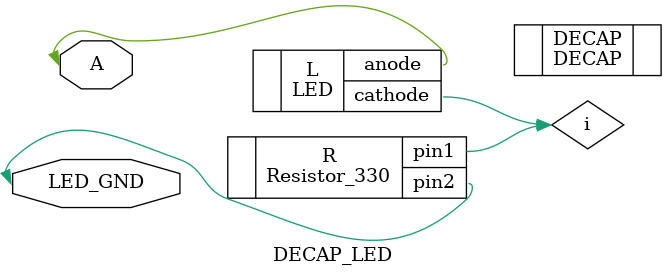
<source format=v>
`include "../DECAP/DECAP.v"

(* blackbox *)
(* footprint="Resistor_SMD:R_0402_1005Metric" *)
(* value="330" *)
module Resistor_330(
    (* num="1" *)
    inout pin1,
    (* num="2" *)
    inout pin2
);
endmodule


(* blackbox *)
(* footprint="LED_SMD:LED_0402_1005Metric" *)
module LED(
    (* num="1" *)
    inout cathode,
    (* num="2" *)
    inout anode
);
endmodule


module DECAP_LED(
    input A,
    input LED_GND
);
    wire i;
    (* keep *)
    DECAP DECAP();
    (* keep *)
    Resistor_330 R(.pin1(i), .pin2(LED_GND));
    (* keep *)
    LED L(.cathode(i), .anode(A));
endmodule
</source>
